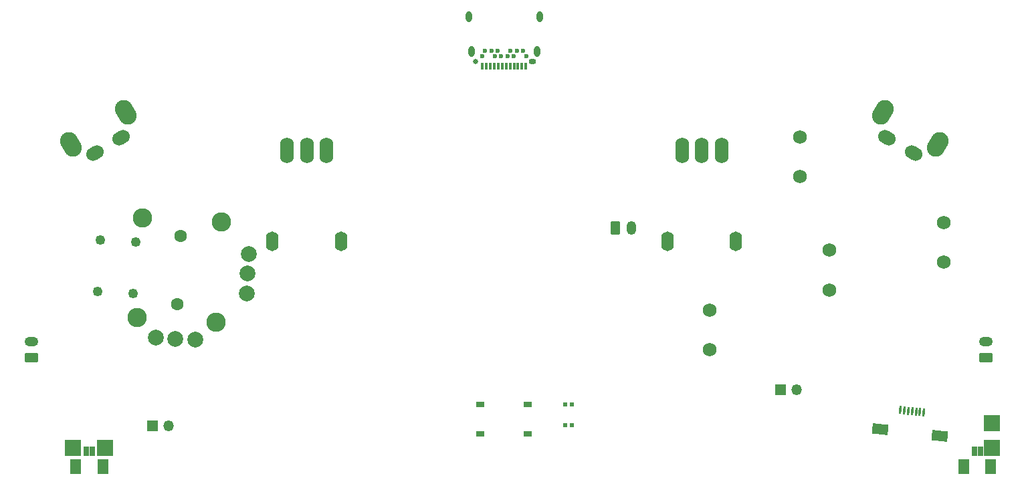
<source format=gbr>
%TF.GenerationSoftware,KiCad,Pcbnew,9.0.3*%
%TF.CreationDate,2025-09-30T10:08:22-07:00*%
%TF.ProjectId,UGC_Main_R5,5547435f-4d61-4696-9e5f-52352e6b6963,rev?*%
%TF.SameCoordinates,Original*%
%TF.FileFunction,Soldermask,Bot*%
%TF.FilePolarity,Negative*%
%FSLAX46Y46*%
G04 Gerber Fmt 4.6, Leading zero omitted, Abs format (unit mm)*
G04 Created by KiCad (PCBNEW 9.0.3) date 2025-09-30 10:08:22*
%MOMM*%
%LPD*%
G01*
G04 APERTURE LIST*
G04 Aperture macros list*
%AMRoundRect*
0 Rectangle with rounded corners*
0 $1 Rounding radius*
0 $2 $3 $4 $5 $6 $7 $8 $9 X,Y pos of 4 corners*
0 Add a 4 corners polygon primitive as box body*
4,1,4,$2,$3,$4,$5,$6,$7,$8,$9,$2,$3,0*
0 Add four circle primitives for the rounded corners*
1,1,$1+$1,$2,$3*
1,1,$1+$1,$4,$5*
1,1,$1+$1,$6,$7*
1,1,$1+$1,$8,$9*
0 Add four rect primitives between the rounded corners*
20,1,$1+$1,$2,$3,$4,$5,0*
20,1,$1+$1,$4,$5,$6,$7,0*
20,1,$1+$1,$6,$7,$8,$9,0*
20,1,$1+$1,$8,$9,$2,$3,0*%
%AMHorizOval*
0 Thick line with rounded ends*
0 $1 width*
0 $2 $3 position (X,Y) of the first rounded end (center of the circle)*
0 $4 $5 position (X,Y) of the second rounded end (center of the circle)*
0 Add line between two ends*
20,1,$1,$2,$3,$4,$5,0*
0 Add two circle primitives to create the rounded ends*
1,1,$1,$2,$3*
1,1,$1,$4,$5*%
%AMRotRect*
0 Rectangle, with rotation*
0 The origin of the aperture is its center*
0 $1 length*
0 $2 width*
0 $3 Rotation angle, in degrees counterclockwise*
0 Add horizontal line*
21,1,$1,$2,0,0,$3*%
G04 Aperture macros list end*
%ADD10R,1.350000X1.350000*%
%ADD11O,1.350000X1.350000*%
%ADD12C,1.750000*%
%ADD13C,2.450000*%
%ADD14C,1.600000*%
%ADD15C,1.250000*%
%ADD16C,2.000000*%
%ADD17HorizOval,2.250000X-0.250000X0.433013X0.250000X-0.433013X0*%
%ADD18HorizOval,1.700000X0.259808X0.150000X-0.259808X-0.150000X0*%
%ADD19HorizOval,2.250000X-0.250000X-0.433013X0.250000X0.433013X0*%
%ADD20HorizOval,1.700000X0.259808X-0.150000X-0.259808X0.150000X0*%
%ADD21R,1.000000X0.750000*%
%ADD22O,1.772000X3.250000*%
%ADD23R,2.000000X2.000000*%
%ADD24RoundRect,0.102000X0.250000X0.500000X-0.250000X0.500000X-0.250000X-0.500000X0.250000X-0.500000X0*%
%ADD25RoundRect,0.102000X0.600000X0.850000X-0.600000X0.850000X-0.600000X-0.850000X0.600000X-0.850000X0*%
%ADD26R,0.500000X0.550000*%
%ADD27RoundRect,0.250000X0.625000X-0.350000X0.625000X0.350000X-0.625000X0.350000X-0.625000X-0.350000X0*%
%ADD28O,1.750000X1.200000*%
%ADD29O,1.600000X2.500000*%
%ADD30RotRect,0.300000X1.000000X174.000000*%
%ADD31RotRect,2.000000X1.300000X174.000000*%
%ADD32RoundRect,0.250000X-0.350000X-0.625000X0.350000X-0.625000X0.350000X0.625000X-0.350000X0.625000X0*%
%ADD33O,1.200000X1.750000*%
%ADD34C,0.650000*%
%ADD35O,0.950000X0.650000*%
%ADD36R,0.300000X0.900000*%
%ADD37C,0.600000*%
%ADD38O,0.800000X1.400000*%
G04 APERTURE END LIST*
D10*
%TO.C,J8*%
X126524000Y-70225200D03*
D11*
X128524000Y-70225200D03*
%TD*%
D12*
%TO.C,SW2*%
X117524113Y-65092540D03*
X117524113Y-60092540D03*
%TD*%
%TO.C,SW1*%
X132700457Y-57534400D03*
X132700457Y-52534400D03*
%TD*%
%TO.C,SW3*%
X147213417Y-54044002D03*
X147213417Y-49044002D03*
%TD*%
D13*
%TO.C,SW6*%
X45738339Y-48456388D03*
X45076289Y-61089052D03*
D14*
X50625507Y-50740293D03*
X50175417Y-59328507D03*
D13*
X55724635Y-48979748D03*
X55062585Y-61612412D03*
D15*
X44928297Y-51493156D03*
X44588113Y-57984248D03*
X40434464Y-51257644D03*
X40094280Y-57748736D03*
D16*
X47448565Y-63591637D03*
X49945139Y-63722477D03*
X52441713Y-63853317D03*
X58957699Y-57986297D03*
X59088539Y-55489723D03*
X59219379Y-52993149D03*
%TD*%
D17*
%TO.C,SW7*%
X36684912Y-39094336D03*
X43613116Y-35094336D03*
D18*
X39710265Y-40234400D03*
X43087763Y-38284400D03*
%TD*%
D19*
%TO.C,SW8*%
X139487798Y-35094336D03*
X146416002Y-39094336D03*
D20*
X140013151Y-38284400D03*
X143390649Y-40234400D03*
%TD*%
D10*
%TO.C,J9*%
X47022000Y-74797200D03*
D11*
X49022000Y-74797200D03*
%TD*%
D12*
%TO.C,SW4*%
X128958332Y-43162626D03*
X128958332Y-38162626D03*
%TD*%
D21*
%TO.C,SW14*%
X94550457Y-72059400D03*
X88550457Y-72059400D03*
X94550457Y-75809400D03*
X88550457Y-75809400D03*
%TD*%
D22*
%TO.C,S6*%
X119050457Y-39884400D03*
%TD*%
D23*
%TO.C,TP7*%
X36998400Y-77540400D03*
%TD*%
D22*
%TO.C,S4*%
X116550457Y-39884400D03*
%TD*%
%TO.C,S3*%
X69050457Y-39884400D03*
%TD*%
D24*
%TO.C,J10*%
X39430400Y-78014800D03*
X38630400Y-78014800D03*
D25*
X40730400Y-79964800D03*
X37330400Y-79964800D03*
%TD*%
D23*
%TO.C,TP1*%
X153262654Y-74456448D03*
%TD*%
D26*
%TO.C,SW15*%
X100092000Y-74695600D03*
X99292000Y-74695600D03*
X100092000Y-72045600D03*
X99292000Y-72045600D03*
%TD*%
D23*
%TO.C,TP6*%
X41062400Y-77515000D03*
%TD*%
D27*
%TO.C,J7*%
X152568400Y-66085000D03*
D28*
X152568400Y-64085000D03*
%TD*%
D22*
%TO.C,S5*%
X114050457Y-39884400D03*
%TD*%
D29*
%TO.C,RV2*%
X120900457Y-51384400D03*
X112200457Y-51384400D03*
%TD*%
D23*
%TO.C,TP2*%
X153266542Y-77546669D03*
%TD*%
D30*
%TO.C,J3*%
X144680765Y-73078785D03*
X144183506Y-73026521D03*
X143686243Y-72974253D03*
X143188983Y-72921993D03*
X142691722Y-72869728D03*
X142194460Y-72817464D03*
X141697200Y-72765200D03*
D31*
X146685936Y-76004408D03*
X139127576Y-75209993D03*
%TD*%
D24*
%TO.C,J1*%
X151850800Y-78014800D03*
X151050800Y-78014800D03*
D25*
X153150800Y-79964800D03*
X149750800Y-79964800D03*
%TD*%
D32*
%TO.C,B1*%
X105614396Y-49735471D03*
D33*
X107614396Y-49735471D03*
%TD*%
D27*
%TO.C,J6*%
X31689800Y-66085000D03*
D28*
X31689800Y-64085000D03*
%TD*%
D34*
%TO.C,J11*%
X87950457Y-28621200D03*
D35*
X95150457Y-28621200D03*
D36*
X88800457Y-29181200D03*
X89300457Y-29181200D03*
X89800457Y-29181200D03*
X90300457Y-29181200D03*
X90800457Y-29181200D03*
X91300457Y-29181200D03*
X91800457Y-29181200D03*
X92300457Y-29181200D03*
X92800457Y-29181200D03*
X93300457Y-29181200D03*
X93800457Y-29181200D03*
X94300457Y-29181200D03*
D37*
X94350457Y-27971200D03*
X93950457Y-27271200D03*
X93150457Y-27271200D03*
X92750457Y-27971200D03*
X92350457Y-27271200D03*
X91950457Y-27971200D03*
X91150457Y-27971200D03*
X90750457Y-27271200D03*
X90350457Y-27971200D03*
X89950457Y-27271200D03*
X89150457Y-27271200D03*
X88750457Y-27971200D03*
D38*
X87420457Y-27381200D03*
X95680457Y-27381200D03*
X96040457Y-22981200D03*
X87060457Y-22981200D03*
%TD*%
D29*
%TO.C,RV1*%
X70900457Y-51384400D03*
X62200457Y-51384400D03*
%TD*%
D22*
%TO.C,S1*%
X66550457Y-39884400D03*
%TD*%
%TO.C,S2*%
X64050457Y-39884400D03*
%TD*%
M02*

</source>
